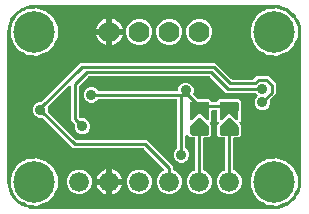
<source format=gbr>
G04 EAGLE Gerber RS-274X export*
G75*
%MOMM*%
%FSLAX34Y34*%
%LPD*%
%INBottom Copper*%
%IPPOS*%
%AMOC8*
5,1,8,0,0,1.08239X$1,22.5*%
G01*
%ADD10C,1.778000*%
%ADD11C,1.676400*%
%ADD12C,3.516000*%
%ADD13C,0.381000*%
%ADD14C,0.906400*%
%ADD15C,0.254000*%

G36*
X228622Y2543D02*
X228622Y2543D01*
X228700Y2545D01*
X232077Y2810D01*
X232145Y2824D01*
X232214Y2829D01*
X232370Y2869D01*
X238794Y4956D01*
X238901Y5006D01*
X239012Y5050D01*
X239063Y5083D01*
X239082Y5091D01*
X239097Y5104D01*
X239148Y5136D01*
X244612Y9107D01*
X244699Y9188D01*
X244746Y9227D01*
X244752Y9231D01*
X244753Y9233D01*
X244791Y9264D01*
X244829Y9310D01*
X244844Y9324D01*
X244855Y9341D01*
X244893Y9387D01*
X246586Y11717D01*
X246599Y11741D01*
X246616Y11761D01*
X246675Y11879D01*
X246739Y11996D01*
X246746Y12022D01*
X246758Y12046D01*
X246785Y12174D01*
X246799Y12185D01*
X246823Y12196D01*
X246925Y12281D01*
X247031Y12361D01*
X247048Y12382D01*
X247068Y12398D01*
X247171Y12522D01*
X248864Y14852D01*
X248921Y14956D01*
X248985Y15056D01*
X249007Y15113D01*
X249017Y15131D01*
X249022Y15151D01*
X249044Y15206D01*
X251131Y21630D01*
X251144Y21698D01*
X251167Y21764D01*
X251190Y21923D01*
X251455Y25300D01*
X251455Y25304D01*
X251456Y25307D01*
X251455Y25326D01*
X251459Y25400D01*
X251459Y152400D01*
X251457Y152422D01*
X251455Y152500D01*
X251190Y155877D01*
X251176Y155945D01*
X251171Y156014D01*
X251131Y156170D01*
X249044Y162594D01*
X248993Y162701D01*
X248950Y162812D01*
X248917Y162863D01*
X248909Y162882D01*
X248896Y162897D01*
X248864Y162948D01*
X247171Y165278D01*
X247153Y165297D01*
X247139Y165320D01*
X247044Y165413D01*
X246953Y165509D01*
X246931Y165524D01*
X246912Y165542D01*
X246798Y165608D01*
X246792Y165624D01*
X246789Y165651D01*
X246740Y165775D01*
X246697Y165900D01*
X246682Y165922D01*
X246672Y165947D01*
X246586Y166083D01*
X244893Y168412D01*
X244812Y168499D01*
X244736Y168591D01*
X244690Y168629D01*
X244676Y168644D01*
X244658Y168655D01*
X244612Y168693D01*
X239148Y172664D01*
X239044Y172721D01*
X238944Y172785D01*
X238887Y172807D01*
X238869Y172817D01*
X238849Y172822D01*
X238794Y172844D01*
X232370Y174931D01*
X232302Y174944D01*
X232236Y174967D01*
X232077Y174990D01*
X228700Y175255D01*
X228678Y175254D01*
X228600Y175259D01*
X25400Y175259D01*
X25378Y175257D01*
X25300Y175255D01*
X21923Y174990D01*
X21855Y174976D01*
X21786Y174971D01*
X21630Y174931D01*
X18892Y174041D01*
X18867Y174030D01*
X18841Y174024D01*
X18724Y173962D01*
X18604Y173906D01*
X18583Y173889D01*
X18560Y173877D01*
X18462Y173789D01*
X18445Y173788D01*
X18418Y173793D01*
X18286Y173785D01*
X18153Y173783D01*
X18128Y173775D01*
X18101Y173774D01*
X17945Y173734D01*
X15206Y172844D01*
X15099Y172794D01*
X14988Y172750D01*
X14937Y172717D01*
X14918Y172709D01*
X14903Y172696D01*
X14852Y172664D01*
X9388Y168693D01*
X9301Y168612D01*
X9209Y168536D01*
X9171Y168490D01*
X9156Y168476D01*
X9145Y168458D01*
X9107Y168412D01*
X5136Y162948D01*
X5079Y162844D01*
X5015Y162744D01*
X4993Y162687D01*
X4983Y162669D01*
X4978Y162649D01*
X4956Y162594D01*
X2869Y156170D01*
X2856Y156102D01*
X2833Y156036D01*
X2810Y155877D01*
X2545Y152500D01*
X2546Y152478D01*
X2541Y152400D01*
X2541Y25400D01*
X2543Y25378D01*
X2545Y25300D01*
X2810Y21923D01*
X2824Y21855D01*
X2829Y21786D01*
X2869Y21630D01*
X4956Y15206D01*
X5006Y15099D01*
X5050Y14988D01*
X5083Y14937D01*
X5091Y14918D01*
X5104Y14903D01*
X5136Y14852D01*
X9107Y9388D01*
X9127Y9366D01*
X9138Y9348D01*
X9184Y9305D01*
X9188Y9301D01*
X9264Y9209D01*
X9310Y9171D01*
X9324Y9156D01*
X9342Y9145D01*
X9388Y9107D01*
X14852Y5136D01*
X14956Y5079D01*
X15056Y5015D01*
X15113Y4993D01*
X15131Y4983D01*
X15151Y4978D01*
X15206Y4956D01*
X17945Y4066D01*
X17971Y4061D01*
X17996Y4051D01*
X18127Y4031D01*
X18257Y4006D01*
X18284Y4008D01*
X18310Y4004D01*
X18441Y4018D01*
X18455Y4008D01*
X18474Y3989D01*
X18585Y3917D01*
X18694Y3842D01*
X18719Y3832D01*
X18742Y3818D01*
X18891Y3759D01*
X21630Y2869D01*
X21698Y2856D01*
X21764Y2833D01*
X21923Y2810D01*
X25300Y2545D01*
X25322Y2546D01*
X25400Y2541D01*
X228600Y2541D01*
X228622Y2543D01*
G37*
%LPC*%
G36*
X137628Y14985D02*
X137628Y14985D01*
X133801Y16571D01*
X130871Y19501D01*
X129285Y23328D01*
X129285Y27472D01*
X130871Y31299D01*
X133801Y34229D01*
X134753Y34624D01*
X134797Y34648D01*
X134843Y34665D01*
X134934Y34727D01*
X135030Y34781D01*
X135065Y34816D01*
X135107Y34844D01*
X135179Y34926D01*
X135258Y35003D01*
X135284Y35045D01*
X135317Y35082D01*
X135367Y35180D01*
X135424Y35274D01*
X135439Y35321D01*
X135462Y35366D01*
X135486Y35473D01*
X135518Y35578D01*
X135520Y35627D01*
X135531Y35676D01*
X135528Y35786D01*
X135533Y35895D01*
X135523Y35944D01*
X135522Y35994D01*
X135491Y36099D01*
X135469Y36207D01*
X135447Y36252D01*
X135433Y36299D01*
X135377Y36394D01*
X135329Y36493D01*
X135297Y36530D01*
X135272Y36573D01*
X135165Y36694D01*
X118384Y53476D01*
X118305Y53536D01*
X118233Y53604D01*
X118180Y53633D01*
X118132Y53670D01*
X118041Y53710D01*
X117955Y53758D01*
X117896Y53773D01*
X117841Y53797D01*
X117743Y53812D01*
X117647Y53837D01*
X117547Y53843D01*
X117526Y53847D01*
X117514Y53845D01*
X117486Y53847D01*
X58322Y53847D01*
X32746Y79424D01*
X32667Y79484D01*
X32595Y79552D01*
X32542Y79581D01*
X32494Y79618D01*
X32403Y79658D01*
X32317Y79706D01*
X32258Y79721D01*
X32203Y79745D01*
X32105Y79760D01*
X32009Y79785D01*
X31909Y79791D01*
X31888Y79795D01*
X31876Y79793D01*
X31848Y79795D01*
X29174Y79795D01*
X26761Y80795D01*
X24915Y82641D01*
X23915Y85054D01*
X23915Y87666D01*
X24915Y90079D01*
X26761Y91925D01*
X29174Y92925D01*
X30578Y92925D01*
X30676Y92937D01*
X30775Y92940D01*
X30834Y92957D01*
X30894Y92965D01*
X30986Y93001D01*
X31081Y93029D01*
X31133Y93059D01*
X31189Y93082D01*
X31269Y93140D01*
X31355Y93190D01*
X31430Y93256D01*
X31447Y93268D01*
X31455Y93278D01*
X31476Y93296D01*
X64164Y125985D01*
X178522Y125985D01*
X192120Y112386D01*
X192198Y112326D01*
X192270Y112258D01*
X192323Y112229D01*
X192371Y112192D01*
X192462Y112152D01*
X192549Y112104D01*
X192608Y112089D01*
X192663Y112065D01*
X192761Y112050D01*
X192857Y112025D01*
X192957Y112019D01*
X192977Y112015D01*
X192990Y112017D01*
X193018Y112015D01*
X210039Y112015D01*
X210137Y112027D01*
X210236Y112030D01*
X210295Y112047D01*
X210355Y112055D01*
X210447Y112091D01*
X210542Y112119D01*
X210594Y112149D01*
X210650Y112172D01*
X210730Y112230D01*
X210816Y112280D01*
X210891Y112346D01*
X210908Y112358D01*
X210916Y112368D01*
X210937Y112386D01*
X213827Y115277D01*
X223053Y115277D01*
X229577Y108753D01*
X229577Y99527D01*
X225329Y95280D01*
X225311Y95256D01*
X225289Y95237D01*
X225214Y95131D01*
X225134Y95028D01*
X225123Y95001D01*
X225106Y94977D01*
X225060Y94855D01*
X225008Y94736D01*
X225003Y94707D01*
X224993Y94679D01*
X224979Y94550D01*
X224958Y94422D01*
X224961Y94393D01*
X224958Y94363D01*
X224976Y94235D01*
X224988Y94106D01*
X224998Y94078D01*
X225002Y94048D01*
X225005Y94041D01*
X225005Y91404D01*
X224005Y88991D01*
X222159Y87145D01*
X219746Y86145D01*
X217134Y86145D01*
X214721Y87145D01*
X212875Y88991D01*
X211875Y91404D01*
X211875Y94016D01*
X212875Y96429D01*
X213974Y97528D01*
X214047Y97622D01*
X214125Y97711D01*
X214144Y97747D01*
X214169Y97779D01*
X214216Y97888D01*
X214270Y97994D01*
X214279Y98033D01*
X214295Y98071D01*
X214314Y98188D01*
X214340Y98304D01*
X214338Y98345D01*
X214345Y98385D01*
X214334Y98503D01*
X214330Y98622D01*
X214319Y98661D01*
X214315Y98701D01*
X214275Y98813D01*
X214242Y98928D01*
X214221Y98963D01*
X214207Y99001D01*
X214140Y99099D01*
X214080Y99202D01*
X214040Y99247D01*
X214029Y99264D01*
X214013Y99277D01*
X213974Y99323D01*
X212831Y100466D01*
X212752Y100526D01*
X212680Y100594D01*
X212627Y100623D01*
X212579Y100660D01*
X212488Y100700D01*
X212402Y100748D01*
X212343Y100763D01*
X212287Y100787D01*
X212190Y100802D01*
X212094Y100827D01*
X211994Y100833D01*
X211973Y100837D01*
X211961Y100835D01*
X211933Y100837D01*
X187862Y100837D01*
X174264Y114436D01*
X174185Y114496D01*
X174113Y114564D01*
X174060Y114593D01*
X174012Y114630D01*
X173921Y114670D01*
X173835Y114718D01*
X173776Y114733D01*
X173721Y114757D01*
X173623Y114772D01*
X173527Y114797D01*
X173427Y114803D01*
X173406Y114807D01*
X173394Y114805D01*
X173366Y114807D01*
X71744Y114807D01*
X71646Y114795D01*
X71547Y114792D01*
X71488Y114775D01*
X71428Y114767D01*
X71336Y114731D01*
X71241Y114703D01*
X71189Y114673D01*
X71133Y114650D01*
X71053Y114592D01*
X70967Y114542D01*
X70892Y114476D01*
X70875Y114464D01*
X70867Y114454D01*
X70846Y114436D01*
X63364Y106954D01*
X63304Y106875D01*
X63236Y106803D01*
X63207Y106750D01*
X63170Y106702D01*
X63130Y106611D01*
X63082Y106525D01*
X63067Y106466D01*
X63043Y106411D01*
X63028Y106313D01*
X63003Y106217D01*
X62997Y106117D01*
X62993Y106096D01*
X62995Y106084D01*
X62993Y106056D01*
X62993Y80848D01*
X63005Y80750D01*
X63008Y80651D01*
X63025Y80592D01*
X63033Y80532D01*
X63069Y80440D01*
X63097Y80345D01*
X63127Y80293D01*
X63150Y80237D01*
X63208Y80157D01*
X63258Y80071D01*
X63324Y79996D01*
X63336Y79979D01*
X63346Y79971D01*
X63364Y79950D01*
X63774Y79540D01*
X63853Y79480D01*
X63925Y79412D01*
X63978Y79383D01*
X64026Y79346D01*
X64117Y79306D01*
X64203Y79258D01*
X64262Y79243D01*
X64317Y79219D01*
X64415Y79204D01*
X64511Y79179D01*
X64611Y79173D01*
X64632Y79169D01*
X64644Y79171D01*
X64672Y79169D01*
X67346Y79169D01*
X69759Y78169D01*
X71605Y76323D01*
X72605Y73910D01*
X72605Y71298D01*
X71605Y68885D01*
X69759Y67039D01*
X67346Y66039D01*
X64734Y66039D01*
X62321Y67039D01*
X60475Y68885D01*
X59475Y71298D01*
X59475Y73972D01*
X59463Y74070D01*
X59460Y74169D01*
X59443Y74228D01*
X59435Y74288D01*
X59399Y74380D01*
X59371Y74475D01*
X59341Y74527D01*
X59318Y74583D01*
X59260Y74663D01*
X59210Y74749D01*
X59144Y74824D01*
X59132Y74841D01*
X59122Y74849D01*
X59104Y74870D01*
X56387Y77586D01*
X56387Y105802D01*
X56370Y105940D01*
X56357Y106079D01*
X56350Y106098D01*
X56347Y106118D01*
X56296Y106247D01*
X56249Y106378D01*
X56238Y106395D01*
X56230Y106413D01*
X56149Y106526D01*
X56071Y106641D01*
X56055Y106654D01*
X56044Y106671D01*
X55936Y106760D01*
X55832Y106852D01*
X55814Y106861D01*
X55799Y106874D01*
X55673Y106933D01*
X55549Y106996D01*
X55529Y107001D01*
X55511Y107009D01*
X55375Y107035D01*
X55239Y107066D01*
X55218Y107065D01*
X55199Y107069D01*
X55060Y107060D01*
X54921Y107056D01*
X54901Y107050D01*
X54881Y107049D01*
X54749Y107006D01*
X54615Y106968D01*
X54598Y106957D01*
X54579Y106951D01*
X54461Y106877D01*
X54341Y106806D01*
X54320Y106788D01*
X54310Y106781D01*
X54296Y106766D01*
X54221Y106700D01*
X37100Y89579D01*
X37082Y89556D01*
X37060Y89537D01*
X36985Y89431D01*
X36905Y89328D01*
X36893Y89301D01*
X36877Y89277D01*
X36831Y89156D01*
X36779Y89036D01*
X36774Y89007D01*
X36764Y88980D01*
X36749Y88851D01*
X36729Y88722D01*
X36732Y88693D01*
X36729Y88663D01*
X36747Y88535D01*
X36759Y88406D01*
X36769Y88378D01*
X36773Y88349D01*
X36825Y88196D01*
X37045Y87666D01*
X37045Y84992D01*
X37057Y84894D01*
X37060Y84795D01*
X37077Y84736D01*
X37085Y84676D01*
X37121Y84584D01*
X37149Y84489D01*
X37179Y84437D01*
X37202Y84381D01*
X37260Y84301D01*
X37310Y84215D01*
X37376Y84140D01*
X37388Y84123D01*
X37398Y84115D01*
X37416Y84094D01*
X60686Y60824D01*
X60765Y60764D01*
X60837Y60696D01*
X60890Y60667D01*
X60938Y60630D01*
X61029Y60590D01*
X61115Y60542D01*
X61174Y60527D01*
X61229Y60503D01*
X61327Y60488D01*
X61423Y60463D01*
X61523Y60457D01*
X61544Y60453D01*
X61556Y60455D01*
X61584Y60453D01*
X120748Y60453D01*
X143003Y38198D01*
X143003Y36153D01*
X143006Y36124D01*
X143004Y36094D01*
X143026Y35966D01*
X143043Y35837D01*
X143053Y35810D01*
X143058Y35781D01*
X143112Y35662D01*
X143160Y35542D01*
X143177Y35518D01*
X143189Y35491D01*
X143270Y35389D01*
X143346Y35284D01*
X143369Y35265D01*
X143388Y35242D01*
X143491Y35164D01*
X143591Y35081D01*
X143618Y35069D01*
X143642Y35051D01*
X143786Y34980D01*
X145599Y34229D01*
X148529Y31299D01*
X150115Y27472D01*
X150115Y23328D01*
X148529Y19501D01*
X145599Y16571D01*
X141772Y14985D01*
X137628Y14985D01*
G37*
%LPD*%
%LPC*%
G36*
X163028Y14985D02*
X163028Y14985D01*
X159201Y16571D01*
X156271Y19501D01*
X154685Y23328D01*
X154685Y27472D01*
X156271Y31299D01*
X159201Y34229D01*
X161014Y34980D01*
X161039Y34995D01*
X161067Y35004D01*
X161177Y35073D01*
X161290Y35138D01*
X161311Y35158D01*
X161336Y35174D01*
X161425Y35269D01*
X161518Y35359D01*
X161534Y35384D01*
X161554Y35406D01*
X161617Y35520D01*
X161685Y35630D01*
X161693Y35658D01*
X161708Y35684D01*
X161740Y35810D01*
X161778Y35934D01*
X161780Y35964D01*
X161787Y35992D01*
X161797Y36153D01*
X161797Y61976D01*
X161782Y62094D01*
X161775Y62213D01*
X161762Y62251D01*
X161757Y62292D01*
X161714Y62402D01*
X161677Y62515D01*
X161655Y62550D01*
X161640Y62587D01*
X161571Y62683D01*
X161507Y62784D01*
X161477Y62812D01*
X161454Y62845D01*
X161362Y62921D01*
X161275Y63002D01*
X161240Y63022D01*
X161209Y63047D01*
X161101Y63098D01*
X160997Y63156D01*
X160957Y63166D01*
X160921Y63183D01*
X160804Y63205D01*
X160689Y63235D01*
X160629Y63239D01*
X160609Y63243D01*
X160588Y63241D01*
X160528Y63245D01*
X157418Y63245D01*
X157365Y63259D01*
X157265Y63265D01*
X157244Y63269D01*
X157232Y63267D01*
X157204Y63269D01*
X156971Y63269D01*
X155329Y64911D01*
X155220Y64996D01*
X155113Y65085D01*
X155094Y65093D01*
X155078Y65106D01*
X154950Y65161D01*
X154825Y65220D01*
X154805Y65224D01*
X154786Y65232D01*
X154648Y65254D01*
X154512Y65280D01*
X154492Y65279D01*
X154472Y65282D01*
X154333Y65269D01*
X154195Y65260D01*
X154176Y65254D01*
X154156Y65252D01*
X154024Y65205D01*
X153893Y65162D01*
X153875Y65152D01*
X153856Y65145D01*
X153741Y65067D01*
X153624Y64992D01*
X153610Y64977D01*
X153593Y64966D01*
X153501Y64862D01*
X153406Y64761D01*
X153396Y64743D01*
X153383Y64728D01*
X153319Y64604D01*
X153252Y64482D01*
X153247Y64463D01*
X153238Y64444D01*
X153208Y64309D01*
X153173Y64174D01*
X153171Y64146D01*
X153168Y64134D01*
X153169Y64114D01*
X153163Y64013D01*
X153163Y54767D01*
X153175Y54669D01*
X153178Y54570D01*
X153195Y54512D01*
X153203Y54451D01*
X153239Y54359D01*
X153267Y54264D01*
X153297Y54212D01*
X153320Y54156D01*
X153378Y54076D01*
X153428Y53990D01*
X153494Y53915D01*
X153506Y53898D01*
X153516Y53891D01*
X153534Y53869D01*
X155425Y51979D01*
X156425Y49566D01*
X156425Y46954D01*
X155425Y44541D01*
X153579Y42695D01*
X151166Y41695D01*
X148554Y41695D01*
X146141Y42695D01*
X144295Y44541D01*
X143295Y46954D01*
X143295Y49566D01*
X144295Y51979D01*
X146186Y53869D01*
X146246Y53948D01*
X146314Y54020D01*
X146343Y54073D01*
X146380Y54121D01*
X146420Y54212D01*
X146468Y54298D01*
X146483Y54357D01*
X146507Y54413D01*
X146522Y54511D01*
X146547Y54606D01*
X146553Y54706D01*
X146557Y54727D01*
X146555Y54739D01*
X146557Y54767D01*
X146557Y94488D01*
X146542Y94606D01*
X146535Y94725D01*
X146522Y94763D01*
X146517Y94804D01*
X146474Y94914D01*
X146437Y95027D01*
X146415Y95062D01*
X146400Y95099D01*
X146331Y95195D01*
X146267Y95296D01*
X146237Y95324D01*
X146214Y95357D01*
X146122Y95433D01*
X146035Y95514D01*
X146000Y95534D01*
X145969Y95559D01*
X145861Y95610D01*
X145757Y95668D01*
X145717Y95678D01*
X145681Y95695D01*
X145564Y95717D01*
X145449Y95747D01*
X145389Y95751D01*
X145369Y95755D01*
X145348Y95753D01*
X145288Y95757D01*
X80167Y95757D01*
X80069Y95745D01*
X79970Y95742D01*
X79912Y95725D01*
X79851Y95717D01*
X79759Y95681D01*
X79664Y95653D01*
X79612Y95623D01*
X79556Y95600D01*
X79476Y95542D01*
X79390Y95492D01*
X79315Y95426D01*
X79298Y95414D01*
X79291Y95404D01*
X79269Y95386D01*
X77379Y93495D01*
X74966Y92495D01*
X72354Y92495D01*
X69941Y93495D01*
X68095Y95341D01*
X67095Y97754D01*
X67095Y100366D01*
X68095Y102779D01*
X69941Y104625D01*
X72354Y105625D01*
X74966Y105625D01*
X77379Y104625D01*
X79269Y102734D01*
X79348Y102674D01*
X79420Y102606D01*
X79473Y102577D01*
X79521Y102540D01*
X79612Y102500D01*
X79698Y102452D01*
X79757Y102437D01*
X79813Y102413D01*
X79911Y102398D01*
X80006Y102373D01*
X80106Y102367D01*
X80127Y102363D01*
X80139Y102365D01*
X80167Y102363D01*
X145836Y102363D01*
X145954Y102378D01*
X146073Y102385D01*
X146111Y102398D01*
X146152Y102403D01*
X146262Y102446D01*
X146375Y102483D01*
X146410Y102505D01*
X146447Y102520D01*
X146543Y102589D01*
X146644Y102653D01*
X146672Y102683D01*
X146705Y102706D01*
X146781Y102798D01*
X146862Y102885D01*
X146882Y102920D01*
X146907Y102951D01*
X146958Y103059D01*
X147016Y103163D01*
X147026Y103203D01*
X147043Y103239D01*
X147065Y103356D01*
X147095Y103471D01*
X147099Y103531D01*
X147103Y103551D01*
X147101Y103572D01*
X147105Y103632D01*
X147105Y104176D01*
X148105Y106589D01*
X149951Y108435D01*
X152364Y109435D01*
X154976Y109435D01*
X157389Y108435D01*
X159235Y106589D01*
X160235Y104176D01*
X160235Y101564D01*
X159792Y100495D01*
X159784Y100467D01*
X159771Y100440D01*
X159742Y100313D01*
X159708Y100188D01*
X159707Y100159D01*
X159701Y100130D01*
X159705Y100000D01*
X159703Y99870D01*
X159710Y99842D01*
X159711Y99812D01*
X159747Y99687D01*
X159777Y99561D01*
X159791Y99535D01*
X159799Y99507D01*
X159865Y99395D01*
X159926Y99280D01*
X159946Y99258D01*
X159961Y99233D01*
X160067Y99112D01*
X163556Y95622D01*
X163635Y95562D01*
X163707Y95494D01*
X163760Y95465D01*
X163808Y95428D01*
X163899Y95388D01*
X163985Y95340D01*
X164044Y95325D01*
X164099Y95301D01*
X164197Y95286D01*
X164293Y95261D01*
X164393Y95255D01*
X164413Y95251D01*
X164426Y95253D01*
X164454Y95251D01*
X172782Y95251D01*
X172835Y95237D01*
X172935Y95231D01*
X172956Y95227D01*
X172968Y95229D01*
X172996Y95227D01*
X173229Y95227D01*
X175373Y93082D01*
X175451Y93022D01*
X175523Y92954D01*
X175576Y92925D01*
X175624Y92888D01*
X175715Y92848D01*
X175802Y92800D01*
X175861Y92785D01*
X175916Y92761D01*
X176014Y92746D01*
X176110Y92721D01*
X176210Y92715D01*
X176230Y92711D01*
X176243Y92713D01*
X176271Y92711D01*
X179075Y92711D01*
X179174Y92723D01*
X179273Y92726D01*
X179331Y92743D01*
X179391Y92751D01*
X179483Y92787D01*
X179578Y92815D01*
X179630Y92845D01*
X179687Y92868D01*
X179767Y92926D01*
X179852Y92976D01*
X179927Y93042D01*
X179944Y93054D01*
X179952Y93064D01*
X179973Y93082D01*
X182117Y95227D01*
X182350Y95227D01*
X182448Y95239D01*
X182547Y95242D01*
X182577Y95251D01*
X197928Y95251D01*
X197981Y95237D01*
X198081Y95231D01*
X198102Y95227D01*
X198114Y95229D01*
X198142Y95227D01*
X198375Y95227D01*
X200161Y93441D01*
X200161Y78519D01*
X200162Y78511D01*
X200161Y78495D01*
X200185Y77239D01*
X199354Y76408D01*
X199267Y76296D01*
X199176Y76185D01*
X199169Y76170D01*
X199159Y76157D01*
X199102Y76026D01*
X199042Y75896D01*
X199039Y75880D01*
X199032Y75865D01*
X199010Y75724D01*
X198984Y75584D01*
X198985Y75567D01*
X198983Y75551D01*
X198996Y75409D01*
X199006Y75266D01*
X199011Y75251D01*
X199012Y75234D01*
X199061Y75100D01*
X199106Y74964D01*
X199114Y74951D01*
X199120Y74935D01*
X199200Y74817D01*
X199277Y74697D01*
X199293Y74680D01*
X199299Y74672D01*
X199313Y74660D01*
X199388Y74580D01*
X200161Y73864D01*
X200161Y72615D01*
X200163Y72601D01*
X200162Y72567D01*
X200214Y71186D01*
X200199Y71147D01*
X200190Y71073D01*
X200171Y71000D01*
X200161Y70839D01*
X200161Y65055D01*
X198375Y63269D01*
X198142Y63269D01*
X198043Y63257D01*
X197944Y63254D01*
X197915Y63245D01*
X194818Y63245D01*
X194700Y63230D01*
X194581Y63223D01*
X194543Y63210D01*
X194502Y63205D01*
X194392Y63162D01*
X194279Y63125D01*
X194244Y63103D01*
X194207Y63088D01*
X194111Y63019D01*
X194010Y62955D01*
X193982Y62925D01*
X193949Y62902D01*
X193873Y62810D01*
X193792Y62723D01*
X193772Y62688D01*
X193747Y62657D01*
X193696Y62549D01*
X193638Y62445D01*
X193628Y62405D01*
X193611Y62369D01*
X193589Y62252D01*
X193559Y62137D01*
X193555Y62077D01*
X193551Y62057D01*
X193553Y62036D01*
X193549Y61976D01*
X193549Y36258D01*
X193552Y36229D01*
X193550Y36199D01*
X193572Y36071D01*
X193589Y35943D01*
X193599Y35915D01*
X193604Y35886D01*
X193658Y35767D01*
X193706Y35647D01*
X193723Y35623D01*
X193735Y35596D01*
X193816Y35495D01*
X193892Y35390D01*
X193915Y35371D01*
X193934Y35348D01*
X194037Y35270D01*
X194137Y35187D01*
X194164Y35174D01*
X194188Y35156D01*
X194332Y35085D01*
X196399Y34229D01*
X199329Y31299D01*
X200915Y27472D01*
X200915Y23328D01*
X199329Y19501D01*
X196399Y16571D01*
X192572Y14985D01*
X188428Y14985D01*
X184601Y16571D01*
X181671Y19501D01*
X180085Y23328D01*
X180085Y27472D01*
X181671Y31299D01*
X184601Y34229D01*
X186160Y34875D01*
X186185Y34890D01*
X186213Y34899D01*
X186323Y34968D01*
X186436Y35033D01*
X186457Y35053D01*
X186482Y35069D01*
X186571Y35163D01*
X186664Y35254D01*
X186680Y35279D01*
X186700Y35301D01*
X186763Y35414D01*
X186831Y35525D01*
X186839Y35553D01*
X186854Y35579D01*
X186886Y35705D01*
X186924Y35829D01*
X186926Y35858D01*
X186933Y35887D01*
X186943Y36048D01*
X186943Y61976D01*
X186928Y62094D01*
X186921Y62213D01*
X186908Y62251D01*
X186903Y62292D01*
X186860Y62402D01*
X186823Y62515D01*
X186801Y62550D01*
X186786Y62587D01*
X186717Y62683D01*
X186653Y62784D01*
X186623Y62812D01*
X186600Y62845D01*
X186508Y62921D01*
X186421Y63002D01*
X186386Y63022D01*
X186355Y63047D01*
X186247Y63098D01*
X186143Y63156D01*
X186103Y63166D01*
X186067Y63183D01*
X185950Y63205D01*
X185835Y63235D01*
X185775Y63239D01*
X185755Y63243D01*
X185734Y63241D01*
X185674Y63245D01*
X182564Y63245D01*
X182511Y63259D01*
X182411Y63265D01*
X182390Y63269D01*
X182378Y63267D01*
X182350Y63269D01*
X182117Y63269D01*
X180331Y65055D01*
X180331Y73296D01*
X181390Y74354D01*
X181455Y74439D01*
X181528Y74518D01*
X181553Y74564D01*
X181585Y74606D01*
X181627Y74704D01*
X181678Y74798D01*
X181690Y74849D01*
X181711Y74897D01*
X181728Y75003D01*
X181753Y75107D01*
X181753Y75160D01*
X181761Y75211D01*
X181751Y75318D01*
X181750Y75425D01*
X181736Y75476D01*
X181731Y75528D01*
X181695Y75629D01*
X181667Y75732D01*
X181641Y75778D01*
X181623Y75827D01*
X181563Y75916D01*
X181511Y76009D01*
X181457Y76072D01*
X181445Y76091D01*
X181433Y76101D01*
X181407Y76132D01*
X181213Y76334D01*
X181207Y76338D01*
X181196Y76351D01*
X180307Y77239D01*
X180331Y78495D01*
X180330Y78502D01*
X180331Y78519D01*
X180331Y84836D01*
X180316Y84954D01*
X180309Y85073D01*
X180296Y85111D01*
X180291Y85152D01*
X180248Y85262D01*
X180211Y85375D01*
X180189Y85410D01*
X180174Y85447D01*
X180105Y85543D01*
X180041Y85644D01*
X180011Y85672D01*
X179988Y85705D01*
X179896Y85781D01*
X179809Y85862D01*
X179774Y85882D01*
X179743Y85907D01*
X179635Y85958D01*
X179531Y86016D01*
X179491Y86026D01*
X179455Y86043D01*
X179338Y86065D01*
X179223Y86095D01*
X179163Y86099D01*
X179143Y86103D01*
X179122Y86101D01*
X179062Y86105D01*
X176284Y86105D01*
X176166Y86090D01*
X176047Y86083D01*
X176009Y86070D01*
X175968Y86065D01*
X175858Y86022D01*
X175745Y85985D01*
X175710Y85963D01*
X175673Y85948D01*
X175577Y85879D01*
X175476Y85815D01*
X175448Y85785D01*
X175415Y85762D01*
X175339Y85670D01*
X175258Y85583D01*
X175238Y85548D01*
X175213Y85517D01*
X175162Y85409D01*
X175104Y85305D01*
X175094Y85265D01*
X175077Y85229D01*
X175055Y85112D01*
X175025Y84997D01*
X175021Y84937D01*
X175017Y84917D01*
X175019Y84896D01*
X175015Y84836D01*
X175015Y78519D01*
X175016Y78511D01*
X175015Y78495D01*
X175039Y77239D01*
X174208Y76408D01*
X174121Y76296D01*
X174030Y76185D01*
X174023Y76170D01*
X174013Y76157D01*
X173956Y76026D01*
X173896Y75896D01*
X173893Y75880D01*
X173886Y75865D01*
X173864Y75724D01*
X173838Y75584D01*
X173839Y75567D01*
X173837Y75551D01*
X173850Y75409D01*
X173860Y75266D01*
X173865Y75251D01*
X173866Y75234D01*
X173915Y75100D01*
X173960Y74964D01*
X173968Y74951D01*
X173974Y74935D01*
X174054Y74817D01*
X174131Y74697D01*
X174147Y74680D01*
X174153Y74672D01*
X174167Y74660D01*
X174242Y74580D01*
X175015Y73864D01*
X175015Y72615D01*
X175017Y72601D01*
X175016Y72567D01*
X175068Y71186D01*
X175053Y71147D01*
X175044Y71073D01*
X175025Y71000D01*
X175015Y70839D01*
X175015Y65055D01*
X173229Y63269D01*
X172996Y63269D01*
X172898Y63257D01*
X172799Y63254D01*
X172769Y63245D01*
X169672Y63245D01*
X169554Y63230D01*
X169435Y63223D01*
X169397Y63210D01*
X169356Y63205D01*
X169246Y63162D01*
X169133Y63125D01*
X169098Y63103D01*
X169061Y63088D01*
X168965Y63019D01*
X168864Y62955D01*
X168836Y62925D01*
X168803Y62902D01*
X168727Y62810D01*
X168646Y62723D01*
X168626Y62688D01*
X168601Y62657D01*
X168550Y62549D01*
X168492Y62445D01*
X168482Y62405D01*
X168465Y62369D01*
X168443Y62252D01*
X168413Y62137D01*
X168409Y62077D01*
X168405Y62057D01*
X168407Y62036D01*
X168403Y61976D01*
X168403Y36153D01*
X168406Y36124D01*
X168404Y36094D01*
X168426Y35966D01*
X168443Y35837D01*
X168453Y35810D01*
X168458Y35781D01*
X168512Y35662D01*
X168560Y35542D01*
X168577Y35518D01*
X168589Y35491D01*
X168670Y35389D01*
X168746Y35284D01*
X168769Y35265D01*
X168788Y35242D01*
X168891Y35164D01*
X168991Y35081D01*
X169018Y35069D01*
X169042Y35051D01*
X169186Y34980D01*
X170999Y34229D01*
X173929Y31299D01*
X175515Y27472D01*
X175515Y23328D01*
X173929Y19501D01*
X170999Y16571D01*
X167172Y14985D01*
X163028Y14985D01*
G37*
%LPD*%
%LPC*%
G36*
X226876Y132780D02*
X226876Y132780D01*
X226858Y132780D01*
X226743Y132787D01*
X224699Y132787D01*
X224151Y133014D01*
X224053Y133041D01*
X223957Y133077D01*
X223865Y133092D01*
X223844Y133098D01*
X223830Y133098D01*
X223798Y133104D01*
X222379Y133253D01*
X219415Y134964D01*
X219413Y134965D01*
X219410Y134967D01*
X219266Y135038D01*
X217490Y135773D01*
X216893Y136370D01*
X216826Y136422D01*
X216765Y136483D01*
X216651Y136558D01*
X216642Y136565D01*
X216638Y136567D01*
X216631Y136572D01*
X215129Y137439D01*
X213339Y139903D01*
X213326Y139917D01*
X213316Y139933D01*
X213209Y140054D01*
X211973Y141290D01*
X211557Y142296D01*
X211522Y142356D01*
X211497Y142420D01*
X211411Y142556D01*
X210208Y144211D01*
X209647Y146849D01*
X209636Y146883D01*
X209631Y146919D01*
X209579Y147071D01*
X208987Y148499D01*
X208987Y149822D01*
X208981Y149874D01*
X208983Y149926D01*
X208960Y150086D01*
X208468Y152400D01*
X208960Y154714D01*
X208964Y154767D01*
X208977Y154817D01*
X208987Y154978D01*
X208987Y156301D01*
X209579Y157729D01*
X209588Y157763D01*
X209604Y157795D01*
X209647Y157951D01*
X210208Y160589D01*
X211411Y162244D01*
X211444Y162305D01*
X211486Y162360D01*
X211557Y162504D01*
X211973Y163510D01*
X213209Y164746D01*
X213221Y164761D01*
X213236Y164773D01*
X213339Y164897D01*
X215129Y167361D01*
X216631Y168228D01*
X216699Y168280D01*
X216773Y168324D01*
X216875Y168414D01*
X216884Y168421D01*
X216887Y168424D01*
X216893Y168430D01*
X217490Y169027D01*
X219266Y169762D01*
X219268Y169764D01*
X219271Y169764D01*
X219415Y169836D01*
X222379Y171547D01*
X223798Y171696D01*
X223897Y171720D01*
X223999Y171734D01*
X224087Y171764D01*
X224108Y171769D01*
X224120Y171775D01*
X224151Y171786D01*
X224699Y172013D01*
X226743Y172013D01*
X226760Y172015D01*
X226876Y172020D01*
X230704Y172422D01*
X231773Y172075D01*
X231890Y172053D01*
X232005Y172023D01*
X232065Y172019D01*
X232085Y172015D01*
X232106Y172017D01*
X232165Y172013D01*
X232501Y172013D01*
X234409Y171223D01*
X234430Y171217D01*
X234503Y171188D01*
X238666Y169835D01*
X239278Y169285D01*
X239389Y169207D01*
X239497Y169126D01*
X239527Y169111D01*
X239539Y169103D01*
X239559Y169096D01*
X239641Y169055D01*
X239710Y169027D01*
X241005Y167732D01*
X241019Y167721D01*
X241053Y167686D01*
X244710Y164393D01*
X244732Y164378D01*
X244750Y164359D01*
X244862Y164288D01*
X244910Y164254D01*
X244914Y164217D01*
X244924Y164192D01*
X244929Y164166D01*
X244985Y164015D01*
X245100Y163756D01*
X245179Y163626D01*
X245450Y162971D01*
X245455Y162963D01*
X245463Y162941D01*
X248292Y156586D01*
X248292Y148214D01*
X245463Y141859D01*
X245460Y141849D01*
X245450Y141829D01*
X245194Y141211D01*
X245175Y141187D01*
X245170Y141179D01*
X245168Y141175D01*
X245163Y141164D01*
X245100Y141044D01*
X244887Y140566D01*
X241053Y137114D01*
X241041Y137100D01*
X241005Y137068D01*
X239710Y135773D01*
X239641Y135745D01*
X239524Y135678D01*
X239404Y135615D01*
X239377Y135594D01*
X239365Y135587D01*
X239349Y135572D01*
X239278Y135515D01*
X238666Y134965D01*
X234502Y133612D01*
X234483Y133603D01*
X234409Y133577D01*
X232501Y132787D01*
X232165Y132787D01*
X232047Y132772D01*
X231929Y132765D01*
X231870Y132750D01*
X231850Y132747D01*
X231831Y132740D01*
X231773Y132725D01*
X230704Y132378D01*
X226876Y132780D01*
G37*
%LPD*%
%LPC*%
G36*
X23676Y132780D02*
X23676Y132780D01*
X23658Y132780D01*
X23543Y132787D01*
X21499Y132787D01*
X20951Y133014D01*
X20853Y133041D01*
X20757Y133077D01*
X20665Y133092D01*
X20644Y133098D01*
X20630Y133098D01*
X20598Y133104D01*
X19179Y133253D01*
X16215Y134964D01*
X16213Y134965D01*
X16210Y134967D01*
X16066Y135038D01*
X14290Y135773D01*
X13693Y136370D01*
X13626Y136422D01*
X13565Y136483D01*
X13451Y136558D01*
X13442Y136565D01*
X13438Y136567D01*
X13431Y136572D01*
X11929Y137439D01*
X10139Y139903D01*
X10126Y139917D01*
X10116Y139933D01*
X10009Y140054D01*
X8773Y141290D01*
X8357Y142296D01*
X8322Y142356D01*
X8297Y142420D01*
X8211Y142556D01*
X7008Y144211D01*
X6447Y146849D01*
X6436Y146883D01*
X6431Y146919D01*
X6379Y147071D01*
X5787Y148499D01*
X5787Y149822D01*
X5781Y149874D01*
X5783Y149926D01*
X5760Y150086D01*
X5268Y152400D01*
X5760Y154714D01*
X5764Y154767D01*
X5777Y154817D01*
X5787Y154978D01*
X5787Y156301D01*
X6379Y157729D01*
X6388Y157763D01*
X6404Y157795D01*
X6447Y157951D01*
X7008Y160589D01*
X8211Y162244D01*
X8244Y162305D01*
X8286Y162360D01*
X8357Y162504D01*
X8773Y163510D01*
X10009Y164746D01*
X10021Y164761D01*
X10036Y164773D01*
X10139Y164897D01*
X11929Y167361D01*
X13431Y168228D01*
X13499Y168280D01*
X13573Y168324D01*
X13675Y168414D01*
X13684Y168421D01*
X13687Y168424D01*
X13693Y168430D01*
X14290Y169027D01*
X16066Y169762D01*
X16068Y169764D01*
X16071Y169764D01*
X16215Y169836D01*
X18972Y171428D01*
X18993Y171444D01*
X19017Y171455D01*
X19119Y171540D01*
X19166Y171575D01*
X19203Y171568D01*
X19229Y171569D01*
X19256Y171565D01*
X19416Y171572D01*
X20598Y171696D01*
X20697Y171720D01*
X20799Y171734D01*
X20887Y171764D01*
X20908Y171769D01*
X20920Y171775D01*
X20951Y171786D01*
X21499Y172013D01*
X23543Y172013D01*
X23560Y172015D01*
X23676Y172020D01*
X27504Y172422D01*
X28573Y172075D01*
X28690Y172053D01*
X28805Y172023D01*
X28865Y172019D01*
X28885Y172015D01*
X28906Y172017D01*
X28965Y172013D01*
X29301Y172013D01*
X31209Y171223D01*
X31230Y171217D01*
X31303Y171188D01*
X35466Y169835D01*
X36078Y169285D01*
X36189Y169207D01*
X36297Y169126D01*
X36327Y169111D01*
X36339Y169103D01*
X36359Y169096D01*
X36441Y169055D01*
X36510Y169027D01*
X37805Y167732D01*
X37819Y167721D01*
X37853Y167686D01*
X41687Y164234D01*
X41900Y163756D01*
X41979Y163626D01*
X42250Y162971D01*
X42255Y162963D01*
X42263Y162941D01*
X45092Y156586D01*
X45092Y148214D01*
X42263Y141859D01*
X42260Y141849D01*
X42250Y141829D01*
X41994Y141211D01*
X41975Y141187D01*
X41970Y141179D01*
X41968Y141175D01*
X41963Y141164D01*
X41900Y141044D01*
X41687Y140566D01*
X37853Y137114D01*
X37841Y137100D01*
X37805Y137068D01*
X36510Y135773D01*
X36441Y135745D01*
X36324Y135678D01*
X36204Y135615D01*
X36177Y135594D01*
X36165Y135587D01*
X36149Y135572D01*
X36078Y135515D01*
X35466Y134965D01*
X31302Y133612D01*
X31283Y133603D01*
X31209Y133577D01*
X29301Y132787D01*
X28965Y132787D01*
X28847Y132772D01*
X28729Y132765D01*
X28670Y132750D01*
X28650Y132747D01*
X28631Y132740D01*
X28573Y132725D01*
X27504Y132378D01*
X23676Y132780D01*
G37*
%LPD*%
%LPC*%
G36*
X226876Y5780D02*
X226876Y5780D01*
X226858Y5780D01*
X226743Y5787D01*
X224699Y5787D01*
X224151Y6014D01*
X224052Y6041D01*
X223957Y6077D01*
X223865Y6092D01*
X223844Y6098D01*
X223831Y6098D01*
X223798Y6104D01*
X222379Y6253D01*
X219415Y7964D01*
X219413Y7965D01*
X219410Y7967D01*
X219266Y8038D01*
X217490Y8773D01*
X216893Y9370D01*
X216826Y9422D01*
X216765Y9483D01*
X216651Y9558D01*
X216642Y9565D01*
X216638Y9567D01*
X216631Y9572D01*
X215129Y10439D01*
X213339Y12903D01*
X213326Y12917D01*
X213316Y12933D01*
X213209Y13054D01*
X211973Y14290D01*
X211557Y15296D01*
X211522Y15356D01*
X211497Y15420D01*
X211411Y15556D01*
X210208Y17211D01*
X209647Y19849D01*
X209636Y19883D01*
X209631Y19919D01*
X209579Y20071D01*
X208987Y21499D01*
X208987Y22822D01*
X208981Y22874D01*
X208983Y22926D01*
X208960Y23086D01*
X208468Y25400D01*
X208960Y27714D01*
X208964Y27767D01*
X208977Y27817D01*
X208987Y27978D01*
X208987Y29301D01*
X209579Y30729D01*
X209588Y30763D01*
X209604Y30795D01*
X209647Y30951D01*
X210208Y33589D01*
X211411Y35244D01*
X211444Y35305D01*
X211486Y35360D01*
X211557Y35504D01*
X211973Y36510D01*
X213209Y37746D01*
X213221Y37761D01*
X213236Y37773D01*
X213339Y37897D01*
X215129Y40361D01*
X216631Y41228D01*
X216699Y41280D01*
X216773Y41324D01*
X216875Y41414D01*
X216884Y41421D01*
X216887Y41424D01*
X216893Y41430D01*
X217490Y42027D01*
X219266Y42762D01*
X219268Y42764D01*
X219271Y42764D01*
X219415Y42836D01*
X222379Y44547D01*
X223798Y44696D01*
X223898Y44720D01*
X223999Y44734D01*
X224087Y44764D01*
X224108Y44769D01*
X224120Y44775D01*
X224151Y44786D01*
X224699Y45013D01*
X226743Y45013D01*
X226760Y45015D01*
X226876Y45020D01*
X230704Y45422D01*
X231773Y45075D01*
X231890Y45053D01*
X232005Y45023D01*
X232065Y45019D01*
X232085Y45015D01*
X232106Y45017D01*
X232165Y45013D01*
X232501Y45013D01*
X234409Y44223D01*
X234430Y44217D01*
X234503Y44188D01*
X238666Y42835D01*
X239278Y42285D01*
X239389Y42207D01*
X239497Y42126D01*
X239527Y42111D01*
X239539Y42103D01*
X239559Y42096D01*
X239641Y42055D01*
X239710Y42027D01*
X241005Y40732D01*
X241019Y40721D01*
X241053Y40686D01*
X244887Y37234D01*
X245100Y36756D01*
X245179Y36626D01*
X245450Y35971D01*
X245455Y35963D01*
X245463Y35941D01*
X248292Y29586D01*
X248292Y21214D01*
X245463Y14859D01*
X245460Y14849D01*
X245450Y14829D01*
X245194Y14211D01*
X245175Y14187D01*
X245170Y14178D01*
X245168Y14175D01*
X245163Y14165D01*
X245100Y14044D01*
X244985Y13785D01*
X244977Y13759D01*
X244964Y13736D01*
X244931Y13607D01*
X244914Y13552D01*
X244880Y13536D01*
X244860Y13519D01*
X244836Y13507D01*
X244710Y13407D01*
X241053Y10114D01*
X241041Y10100D01*
X241005Y10068D01*
X239710Y8773D01*
X239641Y8745D01*
X239524Y8678D01*
X239404Y8615D01*
X239377Y8594D01*
X239365Y8587D01*
X239350Y8572D01*
X239278Y8515D01*
X238666Y7965D01*
X234502Y6612D01*
X234483Y6603D01*
X234409Y6577D01*
X232501Y5787D01*
X232165Y5787D01*
X232047Y5772D01*
X231929Y5765D01*
X231870Y5750D01*
X231850Y5747D01*
X231831Y5740D01*
X231773Y5725D01*
X230704Y5378D01*
X226876Y5780D01*
G37*
%LPD*%
%LPC*%
G36*
X23676Y5780D02*
X23676Y5780D01*
X23658Y5780D01*
X23543Y5787D01*
X21499Y5787D01*
X20951Y6014D01*
X20852Y6041D01*
X20757Y6077D01*
X20665Y6092D01*
X20644Y6098D01*
X20631Y6098D01*
X20598Y6104D01*
X19416Y6228D01*
X19390Y6227D01*
X19364Y6232D01*
X19231Y6224D01*
X19173Y6223D01*
X19147Y6250D01*
X19125Y6265D01*
X19106Y6283D01*
X18972Y6372D01*
X16215Y7964D01*
X16213Y7965D01*
X16210Y7967D01*
X16066Y8038D01*
X14290Y8773D01*
X13693Y9370D01*
X13626Y9422D01*
X13565Y9483D01*
X13451Y9558D01*
X13442Y9565D01*
X13438Y9567D01*
X13431Y9572D01*
X11929Y10439D01*
X10139Y12903D01*
X10126Y12917D01*
X10116Y12933D01*
X10009Y13054D01*
X8773Y14290D01*
X8357Y15296D01*
X8322Y15356D01*
X8297Y15420D01*
X8211Y15556D01*
X7008Y17211D01*
X6447Y19849D01*
X6436Y19883D01*
X6431Y19919D01*
X6379Y20071D01*
X5787Y21499D01*
X5787Y22822D01*
X5781Y22874D01*
X5783Y22926D01*
X5760Y23086D01*
X5268Y25400D01*
X5760Y27714D01*
X5764Y27767D01*
X5777Y27817D01*
X5787Y27978D01*
X5787Y29301D01*
X6379Y30729D01*
X6388Y30763D01*
X6404Y30795D01*
X6447Y30951D01*
X7008Y33589D01*
X8211Y35244D01*
X8244Y35305D01*
X8286Y35360D01*
X8357Y35504D01*
X8773Y36510D01*
X10009Y37746D01*
X10021Y37761D01*
X10036Y37773D01*
X10139Y37897D01*
X11929Y40361D01*
X13431Y41228D01*
X13499Y41280D01*
X13573Y41324D01*
X13675Y41414D01*
X13684Y41421D01*
X13687Y41424D01*
X13693Y41430D01*
X14290Y42027D01*
X16066Y42762D01*
X16068Y42764D01*
X16071Y42764D01*
X16215Y42836D01*
X19179Y44547D01*
X20598Y44696D01*
X20698Y44720D01*
X20799Y44734D01*
X20887Y44764D01*
X20908Y44769D01*
X20920Y44775D01*
X20951Y44786D01*
X21499Y45013D01*
X23543Y45013D01*
X23560Y45015D01*
X23676Y45020D01*
X27504Y45422D01*
X28573Y45075D01*
X28690Y45053D01*
X28805Y45023D01*
X28865Y45019D01*
X28885Y45015D01*
X28906Y45017D01*
X28965Y45013D01*
X29301Y45013D01*
X31209Y44222D01*
X31230Y44217D01*
X31303Y44188D01*
X35466Y42835D01*
X36078Y42285D01*
X36189Y42207D01*
X36297Y42126D01*
X36327Y42111D01*
X36339Y42103D01*
X36359Y42096D01*
X36441Y42055D01*
X36510Y42027D01*
X37805Y40732D01*
X37819Y40721D01*
X37853Y40686D01*
X41687Y37234D01*
X41900Y36756D01*
X41979Y36626D01*
X42250Y35971D01*
X42255Y35962D01*
X42263Y35941D01*
X45092Y29586D01*
X45092Y21214D01*
X42263Y14859D01*
X42260Y14849D01*
X42250Y14829D01*
X41994Y14211D01*
X41975Y14187D01*
X41970Y14179D01*
X41968Y14175D01*
X41963Y14164D01*
X41900Y14044D01*
X41687Y13566D01*
X37853Y10114D01*
X37841Y10100D01*
X37805Y10068D01*
X36510Y8773D01*
X36441Y8745D01*
X36324Y8678D01*
X36204Y8615D01*
X36177Y8594D01*
X36165Y8587D01*
X36150Y8572D01*
X36078Y8515D01*
X35466Y7965D01*
X31302Y6612D01*
X31283Y6603D01*
X31209Y6577D01*
X29301Y5787D01*
X28965Y5787D01*
X28847Y5772D01*
X28729Y5765D01*
X28670Y5750D01*
X28650Y5747D01*
X28631Y5740D01*
X28573Y5725D01*
X27504Y5378D01*
X23676Y5780D01*
G37*
%LPD*%
%LPC*%
G36*
X112127Y141477D02*
X112127Y141477D01*
X108113Y143140D01*
X105040Y146213D01*
X103377Y150227D01*
X103377Y154573D01*
X105040Y158587D01*
X108113Y161660D01*
X112127Y163323D01*
X116473Y163323D01*
X120487Y161660D01*
X123560Y158587D01*
X125223Y154573D01*
X125223Y150227D01*
X123560Y146213D01*
X120487Y143140D01*
X116473Y141477D01*
X112127Y141477D01*
G37*
%LPD*%
%LPC*%
G36*
X162927Y141477D02*
X162927Y141477D01*
X158913Y143140D01*
X155840Y146213D01*
X154177Y150227D01*
X154177Y154573D01*
X155840Y158587D01*
X158913Y161660D01*
X162927Y163323D01*
X167273Y163323D01*
X171287Y161660D01*
X174360Y158587D01*
X176023Y154573D01*
X176023Y150227D01*
X174360Y146213D01*
X171287Y143140D01*
X167273Y141477D01*
X162927Y141477D01*
G37*
%LPD*%
%LPC*%
G36*
X137527Y141477D02*
X137527Y141477D01*
X133513Y143140D01*
X130440Y146213D01*
X128777Y150227D01*
X128777Y154573D01*
X130440Y158587D01*
X133513Y161660D01*
X137527Y163323D01*
X141873Y163323D01*
X145887Y161660D01*
X148960Y158587D01*
X150623Y154573D01*
X150623Y150227D01*
X148960Y146213D01*
X145887Y143140D01*
X141873Y141477D01*
X137527Y141477D01*
G37*
%LPD*%
%LPC*%
G36*
X112228Y14985D02*
X112228Y14985D01*
X108401Y16571D01*
X105471Y19501D01*
X103885Y23328D01*
X103885Y27472D01*
X105471Y31299D01*
X108401Y34229D01*
X112228Y35815D01*
X116372Y35815D01*
X120199Y34229D01*
X123129Y31299D01*
X124715Y27472D01*
X124715Y23328D01*
X123129Y19501D01*
X120199Y16571D01*
X116372Y14985D01*
X112228Y14985D01*
G37*
%LPD*%
%LPC*%
G36*
X61428Y14985D02*
X61428Y14985D01*
X57601Y16571D01*
X54671Y19501D01*
X53085Y23328D01*
X53085Y27472D01*
X54671Y31299D01*
X57601Y34229D01*
X61428Y35815D01*
X65572Y35815D01*
X69399Y34229D01*
X72329Y31299D01*
X73915Y27472D01*
X73915Y23328D01*
X72329Y19501D01*
X69399Y16571D01*
X65572Y14985D01*
X61428Y14985D01*
G37*
%LPD*%
G36*
X197209Y77470D02*
X197209Y77470D01*
X197228Y77469D01*
X197347Y77500D01*
X197467Y77527D01*
X197484Y77536D01*
X197503Y77541D01*
X197609Y77604D01*
X197717Y77663D01*
X197731Y77676D01*
X197748Y77687D01*
X197832Y77776D01*
X197919Y77862D01*
X197929Y77879D01*
X197942Y77894D01*
X197998Y78003D01*
X198058Y78110D01*
X198063Y78129D01*
X198072Y78147D01*
X198084Y78220D01*
X198123Y78387D01*
X198121Y78438D01*
X198127Y78478D01*
X198127Y92178D01*
X198119Y92236D01*
X198121Y92294D01*
X198099Y92376D01*
X198087Y92460D01*
X198064Y92513D01*
X198049Y92569D01*
X198006Y92642D01*
X197971Y92719D01*
X197933Y92764D01*
X197904Y92814D01*
X197842Y92872D01*
X197788Y92936D01*
X197739Y92968D01*
X197696Y93008D01*
X197621Y93047D01*
X197551Y93094D01*
X197495Y93111D01*
X197443Y93138D01*
X197375Y93149D01*
X197280Y93179D01*
X197180Y93182D01*
X197112Y93193D01*
X183380Y93193D01*
X183322Y93185D01*
X183264Y93187D01*
X183182Y93165D01*
X183099Y93153D01*
X183045Y93130D01*
X182989Y93115D01*
X182916Y93072D01*
X182839Y93037D01*
X182794Y92999D01*
X182744Y92970D01*
X182686Y92908D01*
X182622Y92854D01*
X182590Y92805D01*
X182550Y92762D01*
X182511Y92687D01*
X182465Y92617D01*
X182447Y92561D01*
X182420Y92509D01*
X182409Y92441D01*
X182379Y92346D01*
X182376Y92246D01*
X182365Y92178D01*
X182365Y78478D01*
X182368Y78459D01*
X182366Y78439D01*
X182387Y78318D01*
X182405Y78197D01*
X182413Y78179D01*
X182416Y78159D01*
X182471Y78049D01*
X182521Y77937D01*
X182534Y77922D01*
X182542Y77904D01*
X182625Y77814D01*
X182705Y77720D01*
X182721Y77709D01*
X182734Y77695D01*
X182839Y77631D01*
X182941Y77563D01*
X182960Y77557D01*
X182977Y77546D01*
X183095Y77514D01*
X183212Y77477D01*
X183232Y77476D01*
X183251Y77471D01*
X183373Y77473D01*
X183496Y77469D01*
X183515Y77474D01*
X183535Y77475D01*
X183653Y77510D01*
X183771Y77541D01*
X183788Y77551D01*
X183807Y77557D01*
X183868Y77599D01*
X184016Y77687D01*
X184051Y77724D01*
X184084Y77747D01*
X190246Y83681D01*
X196408Y77747D01*
X196424Y77735D01*
X196437Y77720D01*
X196539Y77652D01*
X196638Y77580D01*
X196657Y77573D01*
X196673Y77563D01*
X196790Y77525D01*
X196906Y77484D01*
X196925Y77483D01*
X196944Y77477D01*
X197067Y77474D01*
X197189Y77466D01*
X197209Y77470D01*
G37*
G36*
X172063Y77470D02*
X172063Y77470D01*
X172082Y77469D01*
X172201Y77500D01*
X172321Y77527D01*
X172338Y77536D01*
X172357Y77541D01*
X172463Y77604D01*
X172571Y77663D01*
X172585Y77676D01*
X172602Y77687D01*
X172686Y77776D01*
X172773Y77862D01*
X172783Y77879D01*
X172796Y77894D01*
X172852Y78003D01*
X172912Y78110D01*
X172917Y78129D01*
X172926Y78147D01*
X172938Y78220D01*
X172977Y78387D01*
X172975Y78438D01*
X172981Y78478D01*
X172981Y92178D01*
X172973Y92236D01*
X172975Y92294D01*
X172953Y92376D01*
X172941Y92460D01*
X172918Y92513D01*
X172903Y92569D01*
X172860Y92642D01*
X172825Y92719D01*
X172787Y92764D01*
X172758Y92814D01*
X172696Y92872D01*
X172642Y92936D01*
X172593Y92968D01*
X172550Y93008D01*
X172475Y93047D01*
X172405Y93094D01*
X172349Y93111D01*
X172297Y93138D01*
X172229Y93149D01*
X172134Y93179D01*
X172034Y93182D01*
X171966Y93193D01*
X158234Y93193D01*
X158176Y93185D01*
X158118Y93187D01*
X158036Y93165D01*
X157953Y93153D01*
X157899Y93130D01*
X157843Y93115D01*
X157770Y93072D01*
X157693Y93037D01*
X157648Y92999D01*
X157598Y92970D01*
X157540Y92908D01*
X157476Y92854D01*
X157444Y92805D01*
X157404Y92762D01*
X157365Y92687D01*
X157319Y92617D01*
X157301Y92561D01*
X157274Y92509D01*
X157263Y92441D01*
X157233Y92346D01*
X157230Y92246D01*
X157219Y92178D01*
X157219Y78478D01*
X157222Y78459D01*
X157220Y78439D01*
X157241Y78318D01*
X157259Y78197D01*
X157267Y78179D01*
X157270Y78159D01*
X157325Y78049D01*
X157375Y77937D01*
X157388Y77922D01*
X157396Y77904D01*
X157479Y77814D01*
X157559Y77720D01*
X157575Y77709D01*
X157588Y77695D01*
X157693Y77631D01*
X157795Y77563D01*
X157814Y77557D01*
X157831Y77546D01*
X157949Y77514D01*
X158066Y77477D01*
X158086Y77476D01*
X158105Y77471D01*
X158227Y77473D01*
X158350Y77469D01*
X158369Y77474D01*
X158389Y77475D01*
X158507Y77510D01*
X158625Y77541D01*
X158642Y77551D01*
X158661Y77557D01*
X158722Y77599D01*
X158870Y77687D01*
X158905Y77724D01*
X158938Y77747D01*
X165100Y83681D01*
X171262Y77747D01*
X171278Y77735D01*
X171291Y77720D01*
X171393Y77652D01*
X171492Y77580D01*
X171511Y77573D01*
X171527Y77563D01*
X171644Y77525D01*
X171760Y77484D01*
X171779Y77483D01*
X171798Y77477D01*
X171921Y77474D01*
X172043Y77466D01*
X172063Y77470D01*
G37*
G36*
X172024Y65311D02*
X172024Y65311D01*
X172082Y65309D01*
X172164Y65331D01*
X172248Y65343D01*
X172301Y65367D01*
X172357Y65381D01*
X172430Y65424D01*
X172507Y65459D01*
X172552Y65497D01*
X172602Y65527D01*
X172660Y65588D01*
X172724Y65643D01*
X172756Y65691D01*
X172796Y65734D01*
X172835Y65809D01*
X172882Y65879D01*
X172899Y65935D01*
X172926Y65987D01*
X172937Y66055D01*
X172967Y66150D01*
X172970Y66250D01*
X172981Y66318D01*
X172981Y72533D01*
X172966Y72638D01*
X172959Y72745D01*
X172947Y72779D01*
X172941Y72815D01*
X172898Y72912D01*
X172861Y73012D01*
X172842Y73037D01*
X172825Y73074D01*
X172692Y73232D01*
X172656Y73278D01*
X165790Y79644D01*
X165758Y79666D01*
X165731Y79694D01*
X165642Y79747D01*
X165557Y79806D01*
X165520Y79818D01*
X165486Y79838D01*
X165386Y79864D01*
X165288Y79897D01*
X165248Y79899D01*
X165210Y79908D01*
X165107Y79905D01*
X165004Y79910D01*
X164965Y79900D01*
X164926Y79899D01*
X164828Y79867D01*
X164727Y79843D01*
X164693Y79824D01*
X164655Y79812D01*
X164592Y79767D01*
X164480Y79703D01*
X164428Y79649D01*
X164382Y79617D01*
X157516Y72751D01*
X157464Y72681D01*
X157404Y72617D01*
X157378Y72568D01*
X157345Y72524D01*
X157314Y72442D01*
X157274Y72364D01*
X157266Y72317D01*
X157244Y72258D01*
X157232Y72110D01*
X157219Y72033D01*
X157219Y66318D01*
X157227Y66260D01*
X157225Y66202D01*
X157247Y66120D01*
X157259Y66037D01*
X157283Y65983D01*
X157297Y65927D01*
X157340Y65854D01*
X157375Y65777D01*
X157413Y65732D01*
X157443Y65682D01*
X157504Y65624D01*
X157559Y65560D01*
X157607Y65528D01*
X157650Y65488D01*
X157725Y65449D01*
X157795Y65403D01*
X157851Y65385D01*
X157903Y65358D01*
X157971Y65347D01*
X158066Y65317D01*
X158166Y65314D01*
X158234Y65303D01*
X171966Y65303D01*
X172024Y65311D01*
G37*
G36*
X197170Y65311D02*
X197170Y65311D01*
X197228Y65309D01*
X197310Y65331D01*
X197394Y65343D01*
X197447Y65367D01*
X197503Y65381D01*
X197576Y65424D01*
X197653Y65459D01*
X197698Y65497D01*
X197748Y65527D01*
X197806Y65588D01*
X197870Y65643D01*
X197902Y65691D01*
X197942Y65734D01*
X197981Y65809D01*
X198028Y65879D01*
X198045Y65935D01*
X198072Y65987D01*
X198083Y66055D01*
X198113Y66150D01*
X198116Y66250D01*
X198127Y66318D01*
X198127Y72533D01*
X198112Y72638D01*
X198105Y72745D01*
X198093Y72779D01*
X198087Y72815D01*
X198044Y72912D01*
X198007Y73012D01*
X197988Y73037D01*
X197971Y73074D01*
X197838Y73232D01*
X197802Y73278D01*
X190936Y79644D01*
X190904Y79666D01*
X190877Y79694D01*
X190788Y79747D01*
X190703Y79806D01*
X190666Y79818D01*
X190632Y79838D01*
X190532Y79864D01*
X190434Y79897D01*
X190394Y79899D01*
X190356Y79908D01*
X190253Y79905D01*
X190150Y79910D01*
X190111Y79900D01*
X190072Y79899D01*
X189974Y79867D01*
X189873Y79843D01*
X189839Y79824D01*
X189801Y79812D01*
X189738Y79767D01*
X189626Y79703D01*
X189574Y79649D01*
X189528Y79617D01*
X182662Y72751D01*
X182610Y72681D01*
X182550Y72617D01*
X182524Y72568D01*
X182491Y72524D01*
X182460Y72442D01*
X182420Y72364D01*
X182412Y72317D01*
X182390Y72258D01*
X182378Y72110D01*
X182365Y72033D01*
X182365Y66318D01*
X182373Y66260D01*
X182371Y66202D01*
X182393Y66120D01*
X182405Y66037D01*
X182429Y65983D01*
X182443Y65927D01*
X182486Y65854D01*
X182521Y65777D01*
X182559Y65732D01*
X182589Y65682D01*
X182650Y65624D01*
X182705Y65560D01*
X182753Y65528D01*
X182796Y65488D01*
X182871Y65449D01*
X182941Y65403D01*
X182997Y65385D01*
X183049Y65358D01*
X183117Y65347D01*
X183212Y65317D01*
X183312Y65314D01*
X183380Y65303D01*
X197112Y65303D01*
X197170Y65311D01*
G37*
%LPC*%
G36*
X91399Y154899D02*
X91399Y154899D01*
X91399Y163577D01*
X91577Y163549D01*
X93288Y162993D01*
X94891Y162177D01*
X96347Y161119D01*
X97619Y159847D01*
X98677Y158391D01*
X99493Y156788D01*
X100049Y155077D01*
X100077Y154899D01*
X91399Y154899D01*
G37*
%LPD*%
%LPC*%
G36*
X77723Y154899D02*
X77723Y154899D01*
X77751Y155077D01*
X78307Y156788D01*
X79123Y158391D01*
X80181Y159847D01*
X81453Y161119D01*
X82909Y162177D01*
X84512Y162993D01*
X86223Y163549D01*
X86401Y163577D01*
X86401Y154899D01*
X77723Y154899D01*
G37*
%LPD*%
%LPC*%
G36*
X91399Y149901D02*
X91399Y149901D01*
X100077Y149901D01*
X100049Y149723D01*
X99493Y148012D01*
X98677Y146409D01*
X97619Y144953D01*
X96347Y143681D01*
X94891Y142623D01*
X93288Y141807D01*
X91577Y141251D01*
X91399Y141223D01*
X91399Y149901D01*
G37*
%LPD*%
%LPC*%
G36*
X86223Y141251D02*
X86223Y141251D01*
X84512Y141807D01*
X82909Y142623D01*
X81453Y143681D01*
X80181Y144953D01*
X79123Y146409D01*
X78307Y148012D01*
X77751Y149723D01*
X77723Y149901D01*
X86401Y149901D01*
X86401Y141223D01*
X86223Y141251D01*
G37*
%LPD*%
%LPC*%
G36*
X91399Y27899D02*
X91399Y27899D01*
X91399Y36063D01*
X91458Y36054D01*
X93093Y35523D01*
X94625Y34742D01*
X96016Y33731D01*
X97231Y32516D01*
X98242Y31125D01*
X99023Y29593D01*
X99554Y27958D01*
X99563Y27899D01*
X91399Y27899D01*
G37*
%LPD*%
%LPC*%
G36*
X78237Y27899D02*
X78237Y27899D01*
X78246Y27958D01*
X78777Y29593D01*
X79558Y31125D01*
X80569Y32516D01*
X81784Y33731D01*
X83175Y34742D01*
X84707Y35523D01*
X86342Y36054D01*
X86401Y36063D01*
X86401Y27899D01*
X78237Y27899D01*
G37*
%LPD*%
%LPC*%
G36*
X91399Y22901D02*
X91399Y22901D01*
X99563Y22901D01*
X99554Y22842D01*
X99023Y21207D01*
X98242Y19675D01*
X97231Y18284D01*
X96016Y17069D01*
X94625Y16058D01*
X93093Y15277D01*
X91458Y14746D01*
X91399Y14737D01*
X91399Y22901D01*
G37*
%LPD*%
%LPC*%
G36*
X86342Y14746D02*
X86342Y14746D01*
X84707Y15277D01*
X83175Y16058D01*
X81784Y17069D01*
X80569Y18284D01*
X79558Y19675D01*
X78777Y21207D01*
X78246Y22842D01*
X78237Y22901D01*
X86401Y22901D01*
X86401Y14737D01*
X86342Y14746D01*
G37*
%LPD*%
D10*
X88900Y152400D03*
X114300Y152400D03*
X139700Y152400D03*
X165100Y152400D03*
D11*
X63500Y25400D03*
X88900Y25400D03*
X114300Y25400D03*
X139700Y25400D03*
X165100Y25400D03*
X190500Y25400D03*
D12*
X25400Y152400D03*
X228600Y152400D03*
D13*
X170815Y70993D02*
X170815Y67183D01*
X159385Y67183D01*
X159385Y70993D01*
X170815Y70993D01*
X170815Y70802D02*
X159385Y70802D01*
X170815Y87503D02*
X170815Y91313D01*
X170815Y87503D02*
X159385Y87503D01*
X159385Y91313D01*
X170815Y91313D01*
X170815Y91122D02*
X159385Y91122D01*
X195961Y70993D02*
X195961Y67183D01*
X184531Y67183D01*
X184531Y70993D01*
X195961Y70993D01*
X195961Y70802D02*
X184531Y70802D01*
X195961Y87503D02*
X195961Y91313D01*
X195961Y87503D02*
X184531Y87503D01*
X184531Y91313D01*
X195961Y91313D01*
X195961Y91122D02*
X184531Y91122D01*
D12*
X25400Y25400D03*
X228600Y25400D03*
D14*
X177800Y45720D03*
X220980Y73660D03*
X127000Y107950D03*
X128270Y60960D03*
X209550Y127000D03*
X63500Y146050D03*
X35560Y111760D03*
X218440Y104140D03*
D15*
X189230Y104140D01*
X175260Y118110D01*
X69850Y118110D01*
X59690Y107950D01*
X59690Y78954D01*
X66040Y72604D01*
D14*
X66040Y72604D03*
X30480Y86360D03*
D15*
X59690Y57150D01*
X139700Y36830D02*
X139700Y25400D01*
X119380Y57150D02*
X59690Y57150D01*
X119380Y57150D02*
X139700Y36830D01*
D14*
X218440Y92710D03*
D15*
X226274Y100895D02*
X226274Y107385D01*
X221685Y111974D01*
X215195Y111974D01*
X211933Y108712D01*
X218440Y93061D02*
X218440Y92710D01*
X218440Y93061D02*
X226274Y100895D01*
X191124Y108712D02*
X177154Y122682D01*
X30480Y87630D02*
X30480Y86360D01*
X191124Y108712D02*
X211933Y108712D01*
X177154Y122682D02*
X65532Y122682D01*
X30480Y87630D01*
X165100Y89408D02*
X190246Y89408D01*
D14*
X73660Y99060D03*
D15*
X149860Y99060D01*
X155448Y99060D01*
X165100Y89408D01*
X155448Y99060D02*
X155448Y101092D01*
X153670Y102870D01*
D14*
X153670Y102870D03*
X149860Y48260D03*
D15*
X149860Y99060D01*
X165100Y69088D02*
X165100Y25400D01*
X190246Y25654D02*
X190246Y69088D01*
X190246Y25654D02*
X190500Y25400D01*
M02*

</source>
